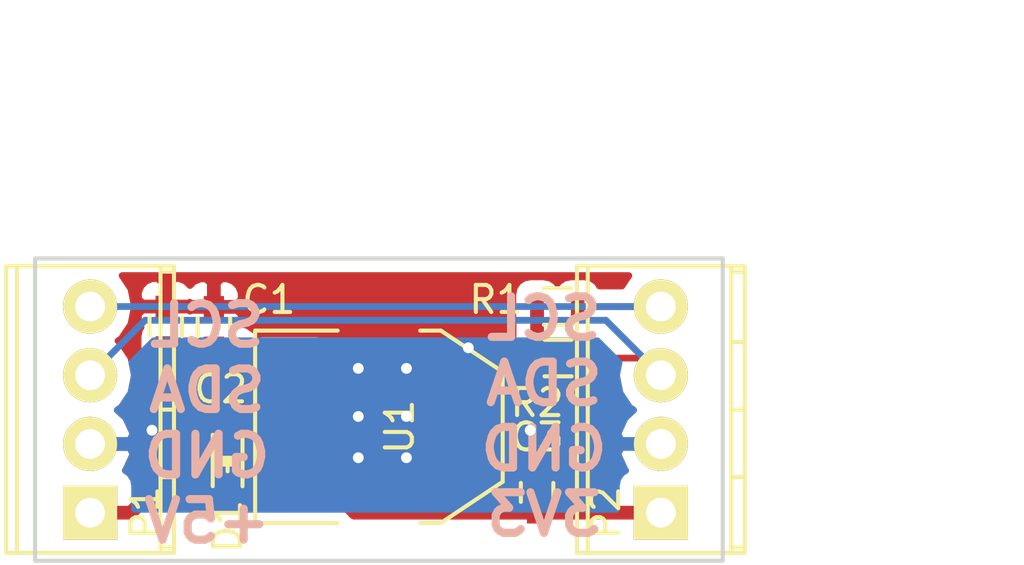
<source format=kicad_pcb>
(kicad_pcb (version 4) (host pcbnew 4.0.1-stable)

  (general
    (links 19)
    (no_connects 6)
    (area 145.212999 99.492999 172.795001 111.327001)
    (thickness 1.6)
    (drawings 8)
    (tracks 45)
    (zones 0)
    (modules 9)
    (nets 6)
  )

  (page A4)
  (layers
    (0 F.Cu signal)
    (31 B.Cu signal)
    (32 B.Adhes user)
    (33 F.Adhes user)
    (34 B.Paste user)
    (35 F.Paste user)
    (36 B.SilkS user)
    (37 F.SilkS user)
    (38 B.Mask user)
    (39 F.Mask user)
    (40 Dwgs.User user)
    (41 Cmts.User user)
    (42 Eco1.User user)
    (43 Eco2.User user)
    (44 Edge.Cuts user)
    (45 Margin user)
    (46 B.CrtYd user)
    (47 F.CrtYd user)
    (48 B.Fab user)
    (49 F.Fab user hide)
  )

  (setup
    (last_trace_width 0.25)
    (trace_clearance 0.2)
    (zone_clearance 0.508)
    (zone_45_only no)
    (trace_min 0.2)
    (segment_width 0.2)
    (edge_width 0.15)
    (via_size 0.6)
    (via_drill 0.4)
    (via_min_size 0.4)
    (via_min_drill 0.3)
    (uvia_size 0.3)
    (uvia_drill 0.1)
    (uvias_allowed no)
    (uvia_min_size 0.2)
    (uvia_min_drill 0.1)
    (pcb_text_width 0.3)
    (pcb_text_size 1.5 1.5)
    (mod_edge_width 0.15)
    (mod_text_size 1 1)
    (mod_text_width 0.15)
    (pad_size 3.6576 2.032)
    (pad_drill 0)
    (pad_to_mask_clearance 0.2)
    (aux_axis_origin 0 0)
    (visible_elements FFFFFF7F)
    (pcbplotparams
      (layerselection 0x00030_80000001)
      (usegerberextensions false)
      (excludeedgelayer true)
      (linewidth 0.100000)
      (plotframeref false)
      (viasonmask false)
      (mode 1)
      (useauxorigin false)
      (hpglpennumber 1)
      (hpglpenspeed 20)
      (hpglpendiameter 15)
      (hpglpenoverlay 2)
      (psnegative false)
      (psa4output false)
      (plotreference true)
      (plotvalue true)
      (plotinvisibletext false)
      (padsonsilk false)
      (subtractmaskfromsilk false)
      (outputformat 1)
      (mirror false)
      (drillshape 1)
      (scaleselection 1)
      (outputdirectory ""))
  )

  (net 0 "")
  (net 1 "Net-(C1-Pad1)")
  (net 2 GND)
  (net 3 "Net-(C3-Pad1)")
  (net 4 SCL)
  (net 5 SDA)

  (net_class Default "This is the default net class."
    (clearance 0.2)
    (trace_width 0.25)
    (via_dia 0.6)
    (via_drill 0.4)
    (uvia_dia 0.3)
    (uvia_drill 0.1)
    (add_net SCL)
    (add_net SDA)
  )

  (net_class Power ""
    (clearance 0.3048)
    (trace_width 0.508)
    (via_dia 0.6)
    (via_drill 0.4)
    (uvia_dia 0.3)
    (uvia_drill 0.1)
    (add_net GND)
    (add_net "Net-(C1-Pad1)")
    (add_net "Net-(C3-Pad1)")
  )

  (module Capacitors_SMD:C_0603 (layer F.Cu) (tedit 5415D631) (tstamp 5738F9BD)
    (at 153.162 102.362 90)
    (descr "Capacitor SMD 0603, reflow soldering, AVX (see smccp.pdf)")
    (tags "capacitor 0603")
    (path /5738F237)
    (attr smd)
    (fp_text reference C1 (at 1.016 2.032 180) (layer F.SilkS)
      (effects (font (size 1 1) (thickness 0.15)))
    )
    (fp_text value 1uF (at 0 1.9 90) (layer F.Fab)
      (effects (font (size 1 1) (thickness 0.15)))
    )
    (fp_line (start -1.45 -0.75) (end 1.45 -0.75) (layer F.CrtYd) (width 0.05))
    (fp_line (start -1.45 0.75) (end 1.45 0.75) (layer F.CrtYd) (width 0.05))
    (fp_line (start -1.45 -0.75) (end -1.45 0.75) (layer F.CrtYd) (width 0.05))
    (fp_line (start 1.45 -0.75) (end 1.45 0.75) (layer F.CrtYd) (width 0.05))
    (fp_line (start -0.35 -0.6) (end 0.35 -0.6) (layer F.SilkS) (width 0.15))
    (fp_line (start 0.35 0.6) (end -0.35 0.6) (layer F.SilkS) (width 0.15))
    (pad 1 smd rect (at -0.75 0 90) (size 0.8 0.75) (layers F.Cu F.Paste F.Mask)
      (net 1 "Net-(C1-Pad1)"))
    (pad 2 smd rect (at 0.75 0 90) (size 0.8 0.75) (layers F.Cu F.Paste F.Mask)
      (net 2 GND))
    (model Capacitors_SMD.3dshapes/C_0603.wrl
      (at (xyz 0 0 0))
      (scale (xyz 1 1 1))
      (rotate (xyz 0 0 0))
    )
  )

  (module Capacitors_SMD:C_0603 (layer F.Cu) (tedit 5415D631) (tstamp 5738F9C9)
    (at 151.384 102.35 90)
    (descr "Capacitor SMD 0603, reflow soldering, AVX (see smccp.pdf)")
    (tags "capacitor 0603")
    (path /5738FB1A)
    (attr smd)
    (fp_text reference C2 (at -2.298 2.032 180) (layer F.SilkS)
      (effects (font (size 1 1) (thickness 0.15)))
    )
    (fp_text value 10uF (at 0 1.9 90) (layer F.Fab)
      (effects (font (size 1 1) (thickness 0.15)))
    )
    (fp_line (start -1.45 -0.75) (end 1.45 -0.75) (layer F.CrtYd) (width 0.05))
    (fp_line (start -1.45 0.75) (end 1.45 0.75) (layer F.CrtYd) (width 0.05))
    (fp_line (start -1.45 -0.75) (end -1.45 0.75) (layer F.CrtYd) (width 0.05))
    (fp_line (start 1.45 -0.75) (end 1.45 0.75) (layer F.CrtYd) (width 0.05))
    (fp_line (start -0.35 -0.6) (end 0.35 -0.6) (layer F.SilkS) (width 0.15))
    (fp_line (start 0.35 0.6) (end -0.35 0.6) (layer F.SilkS) (width 0.15))
    (pad 1 smd rect (at -0.75 0 90) (size 0.8 0.75) (layers F.Cu F.Paste F.Mask)
      (net 1 "Net-(C1-Pad1)"))
    (pad 2 smd rect (at 0.75 0 90) (size 0.8 0.75) (layers F.Cu F.Paste F.Mask)
      (net 2 GND))
    (model Capacitors_SMD.3dshapes/C_0603.wrl
      (at (xyz 0 0 0))
      (scale (xyz 1 1 1))
      (rotate (xyz 0 0 0))
    )
  )

  (module Capacitors_SMD:C_0603 (layer F.Cu) (tedit 5415D631) (tstamp 5738F9D5)
    (at 165.1 108.47 90)
    (descr "Capacitor SMD 0603, reflow soldering, AVX (see smccp.pdf)")
    (tags "capacitor 0603")
    (path /5738FABB)
    (attr smd)
    (fp_text reference C3 (at 2.044 0 180) (layer F.SilkS)
      (effects (font (size 1 1) (thickness 0.15)))
    )
    (fp_text value 1uF (at 0 1.9 90) (layer F.Fab)
      (effects (font (size 1 1) (thickness 0.15)))
    )
    (fp_line (start -1.45 -0.75) (end 1.45 -0.75) (layer F.CrtYd) (width 0.05))
    (fp_line (start -1.45 0.75) (end 1.45 0.75) (layer F.CrtYd) (width 0.05))
    (fp_line (start -1.45 -0.75) (end -1.45 0.75) (layer F.CrtYd) (width 0.05))
    (fp_line (start 1.45 -0.75) (end 1.45 0.75) (layer F.CrtYd) (width 0.05))
    (fp_line (start -0.35 -0.6) (end 0.35 -0.6) (layer F.SilkS) (width 0.15))
    (fp_line (start 0.35 0.6) (end -0.35 0.6) (layer F.SilkS) (width 0.15))
    (pad 1 smd rect (at -0.75 0 90) (size 0.8 0.75) (layers F.Cu F.Paste F.Mask)
      (net 3 "Net-(C3-Pad1)"))
    (pad 2 smd rect (at 0.75 0 90) (size 0.8 0.75) (layers F.Cu F.Paste F.Mask)
      (net 2 GND))
    (model Capacitors_SMD.3dshapes/C_0603.wrl
      (at (xyz 0 0 0))
      (scale (xyz 1 1 1))
      (rotate (xyz 0 0 0))
    )
  )

  (module LEDs:LED_0603 (layer F.Cu) (tedit 55BDE255) (tstamp 5738F9E6)
    (at 153.67 107.442 270)
    (descr "LED 0603 smd package")
    (tags "LED led 0603 SMD smd SMT smt smdled SMDLED smtled SMTLED")
    (path /5738F2D3)
    (attr smd)
    (fp_text reference D1 (at 2.286 0 270) (layer F.SilkS)
      (effects (font (size 1 1) (thickness 0.15)))
    )
    (fp_text value D (at 0 1.5 270) (layer F.Fab)
      (effects (font (size 1 1) (thickness 0.15)))
    )
    (fp_line (start -1.1 0.55) (end 0.8 0.55) (layer F.SilkS) (width 0.15))
    (fp_line (start -1.1 -0.55) (end 0.8 -0.55) (layer F.SilkS) (width 0.15))
    (fp_line (start -0.2 0) (end 0.25 0) (layer F.SilkS) (width 0.15))
    (fp_line (start -0.25 -0.25) (end -0.25 0.25) (layer F.SilkS) (width 0.15))
    (fp_line (start -0.25 0) (end 0 -0.25) (layer F.SilkS) (width 0.15))
    (fp_line (start 0 -0.25) (end 0 0.25) (layer F.SilkS) (width 0.15))
    (fp_line (start 0 0.25) (end -0.25 0) (layer F.SilkS) (width 0.15))
    (fp_line (start 1.4 -0.75) (end 1.4 0.75) (layer F.CrtYd) (width 0.05))
    (fp_line (start 1.4 0.75) (end -1.4 0.75) (layer F.CrtYd) (width 0.05))
    (fp_line (start -1.4 0.75) (end -1.4 -0.75) (layer F.CrtYd) (width 0.05))
    (fp_line (start -1.4 -0.75) (end 1.4 -0.75) (layer F.CrtYd) (width 0.05))
    (pad 2 smd rect (at 0.7493 0 90) (size 0.79756 0.79756) (layers F.Cu F.Paste F.Mask)
      (net 3 "Net-(C3-Pad1)"))
    (pad 1 smd rect (at -0.7493 0 90) (size 0.79756 0.79756) (layers F.Cu F.Paste F.Mask)
      (net 1 "Net-(C1-Pad1)"))
    (model LEDs.3dshapes/LED_0603.wrl
      (at (xyz 0 0 0))
      (scale (xyz 1 1 1))
      (rotate (xyz 0 0 180))
    )
  )

  (module Terminal_Blocks:TerminalBlock_Pheonix_MPT-2.54mm_4pol (layer F.Cu) (tedit 0) (tstamp 5738F9FD)
    (at 148.59 109.22 90)
    (descr "4-way 2.54mm pitch terminal block, Phoenix MPT series")
    (path /5738F8BF)
    (fp_text reference P1 (at 0 2.032 90) (layer F.SilkS)
      (effects (font (size 1 1) (thickness 0.15)))
    )
    (fp_text value CONN_01X04 (at 3.81 4.50088 90) (layer F.Fab)
      (effects (font (size 1 1) (thickness 0.15)))
    )
    (fp_line (start -1.778 -3.302) (end 9.398 -3.302) (layer F.CrtYd) (width 0.05))
    (fp_line (start -1.778 3.302) (end -1.778 -3.302) (layer F.CrtYd) (width 0.05))
    (fp_line (start 9.398 3.302) (end -1.778 3.302) (layer F.CrtYd) (width 0.05))
    (fp_line (start 9.398 -3.302) (end 9.398 3.302) (layer F.CrtYd) (width 0.05))
    (fp_line (start 9.11098 -3.0988) (end -1.49098 -3.0988) (layer F.SilkS) (width 0.15))
    (fp_line (start -1.49098 -2.70002) (end 9.11098 -2.70002) (layer F.SilkS) (width 0.15))
    (fp_line (start -1.49098 2.60096) (end 9.11098 2.60096) (layer F.SilkS) (width 0.15))
    (fp_line (start 9.11098 3.0988) (end -1.49098 3.0988) (layer F.SilkS) (width 0.15))
    (fp_line (start 6.30682 2.60096) (end 6.30682 3.0988) (layer F.SilkS) (width 0.15))
    (fp_line (start 3.81 2.60096) (end 3.81 3.0988) (layer F.SilkS) (width 0.15))
    (fp_line (start -1.28778 3.0988) (end -1.28778 2.60096) (layer F.SilkS) (width 0.15))
    (fp_line (start 8.91032 2.60096) (end 8.91032 3.0988) (layer F.SilkS) (width 0.15))
    (fp_line (start 1.31318 3.0988) (end 1.31318 2.60096) (layer F.SilkS) (width 0.15))
    (fp_line (start 9.10844 3.0988) (end 9.10844 -3.0988) (layer F.SilkS) (width 0.15))
    (fp_line (start -1.4859 -3.0988) (end -1.4859 3.0988) (layer F.SilkS) (width 0.15))
    (pad 4 thru_hole oval (at 7.62 0 270) (size 1.99898 1.99898) (drill 1.09728) (layers *.Cu *.Mask F.SilkS)
      (net 4 SCL))
    (pad 1 thru_hole rect (at 0 0 270) (size 1.99898 1.99898) (drill 1.09728) (layers *.Cu *.Mask F.SilkS)
      (net 1 "Net-(C1-Pad1)"))
    (pad 2 thru_hole oval (at 2.54 0 270) (size 1.99898 1.99898) (drill 1.09728) (layers *.Cu *.Mask F.SilkS)
      (net 2 GND))
    (pad 3 thru_hole oval (at 5.08 0 270) (size 1.99898 1.99898) (drill 1.09728) (layers *.Cu *.Mask F.SilkS)
      (net 5 SDA))
    (model Terminal_Blocks.3dshapes/TerminalBlock_Pheonix_MPT-2.54mm_4pol.wrl
      (at (xyz 0.15 0 0))
      (scale (xyz 1 1 1))
      (rotate (xyz 0 0 0))
    )
  )

  (module Terminal_Blocks:TerminalBlock_Pheonix_MPT-2.54mm_4pol (layer F.Cu) (tedit 0) (tstamp 5738FA14)
    (at 169.672 109.22 90)
    (descr "4-way 2.54mm pitch terminal block, Phoenix MPT series")
    (path /5738F129)
    (fp_text reference P2 (at 0 -2.032 90) (layer F.SilkS)
      (effects (font (size 1 1) (thickness 0.15)))
    )
    (fp_text value CONN_01X04 (at 3.81 4.50088 90) (layer F.Fab)
      (effects (font (size 1 1) (thickness 0.15)))
    )
    (fp_line (start -1.778 -3.302) (end 9.398 -3.302) (layer F.CrtYd) (width 0.05))
    (fp_line (start -1.778 3.302) (end -1.778 -3.302) (layer F.CrtYd) (width 0.05))
    (fp_line (start 9.398 3.302) (end -1.778 3.302) (layer F.CrtYd) (width 0.05))
    (fp_line (start 9.398 -3.302) (end 9.398 3.302) (layer F.CrtYd) (width 0.05))
    (fp_line (start 9.11098 -3.0988) (end -1.49098 -3.0988) (layer F.SilkS) (width 0.15))
    (fp_line (start -1.49098 -2.70002) (end 9.11098 -2.70002) (layer F.SilkS) (width 0.15))
    (fp_line (start -1.49098 2.60096) (end 9.11098 2.60096) (layer F.SilkS) (width 0.15))
    (fp_line (start 9.11098 3.0988) (end -1.49098 3.0988) (layer F.SilkS) (width 0.15))
    (fp_line (start 6.30682 2.60096) (end 6.30682 3.0988) (layer F.SilkS) (width 0.15))
    (fp_line (start 3.81 2.60096) (end 3.81 3.0988) (layer F.SilkS) (width 0.15))
    (fp_line (start -1.28778 3.0988) (end -1.28778 2.60096) (layer F.SilkS) (width 0.15))
    (fp_line (start 8.91032 2.60096) (end 8.91032 3.0988) (layer F.SilkS) (width 0.15))
    (fp_line (start 1.31318 3.0988) (end 1.31318 2.60096) (layer F.SilkS) (width 0.15))
    (fp_line (start 9.10844 3.0988) (end 9.10844 -3.0988) (layer F.SilkS) (width 0.15))
    (fp_line (start -1.4859 -3.0988) (end -1.4859 3.0988) (layer F.SilkS) (width 0.15))
    (pad 4 thru_hole oval (at 7.62 0 270) (size 1.99898 1.99898) (drill 1.09728) (layers *.Cu *.Mask F.SilkS)
      (net 4 SCL))
    (pad 1 thru_hole rect (at 0 0 270) (size 1.99898 1.99898) (drill 1.09728) (layers *.Cu *.Mask F.SilkS)
      (net 3 "Net-(C3-Pad1)"))
    (pad 2 thru_hole oval (at 2.54 0 270) (size 1.99898 1.99898) (drill 1.09728) (layers *.Cu *.Mask F.SilkS)
      (net 2 GND))
    (pad 3 thru_hole oval (at 5.08 0 270) (size 1.99898 1.99898) (drill 1.09728) (layers *.Cu *.Mask F.SilkS)
      (net 5 SDA))
    (model Terminal_Blocks.3dshapes/TerminalBlock_Pheonix_MPT-2.54mm_4pol.wrl
      (at (xyz 0.15 0 0))
      (scale (xyz 1 1 1))
      (rotate (xyz 0 0 0))
    )
  )

  (module Resistors_SMD:R_0603 (layer F.Cu) (tedit 5415CC62) (tstamp 5738FA20)
    (at 165.85 101.6)
    (descr "Resistor SMD 0603, reflow soldering, Vishay (see dcrcw.pdf)")
    (tags "resistor 0603")
    (path /5738F280)
    (attr smd)
    (fp_text reference R1 (at -2.274 -0.254 180) (layer F.SilkS)
      (effects (font (size 1 1) (thickness 0.15)))
    )
    (fp_text value 3.3K (at 0 1.9) (layer F.Fab)
      (effects (font (size 1 1) (thickness 0.15)))
    )
    (fp_line (start -1.3 -0.8) (end 1.3 -0.8) (layer F.CrtYd) (width 0.05))
    (fp_line (start -1.3 0.8) (end 1.3 0.8) (layer F.CrtYd) (width 0.05))
    (fp_line (start -1.3 -0.8) (end -1.3 0.8) (layer F.CrtYd) (width 0.05))
    (fp_line (start 1.3 -0.8) (end 1.3 0.8) (layer F.CrtYd) (width 0.05))
    (fp_line (start 0.5 0.675) (end -0.5 0.675) (layer F.SilkS) (width 0.15))
    (fp_line (start -0.5 -0.675) (end 0.5 -0.675) (layer F.SilkS) (width 0.15))
    (pad 1 smd rect (at -0.75 0) (size 0.5 0.9) (layers F.Cu F.Paste F.Mask)
      (net 3 "Net-(C3-Pad1)"))
    (pad 2 smd rect (at 0.75 0) (size 0.5 0.9) (layers F.Cu F.Paste F.Mask)
      (net 4 SCL))
    (model Resistors_SMD.3dshapes/R_0603.wrl
      (at (xyz 0 0 0))
      (scale (xyz 1 1 1))
      (rotate (xyz 0 0 0))
    )
  )

  (module Resistors_SMD:R_0603 (layer F.Cu) (tedit 5415CC62) (tstamp 5738FA2C)
    (at 165.874 103.505)
    (descr "Resistor SMD 0603, reflow soldering, Vishay (see dcrcw.pdf)")
    (tags "resistor 0603")
    (path /5738FC86)
    (attr smd)
    (fp_text reference R2 (at -0.774 1.651 180) (layer F.SilkS)
      (effects (font (size 1 1) (thickness 0.15)))
    )
    (fp_text value 3.3k (at 0 1.9) (layer F.Fab)
      (effects (font (size 1 1) (thickness 0.15)))
    )
    (fp_line (start -1.3 -0.8) (end 1.3 -0.8) (layer F.CrtYd) (width 0.05))
    (fp_line (start -1.3 0.8) (end 1.3 0.8) (layer F.CrtYd) (width 0.05))
    (fp_line (start -1.3 -0.8) (end -1.3 0.8) (layer F.CrtYd) (width 0.05))
    (fp_line (start 1.3 -0.8) (end 1.3 0.8) (layer F.CrtYd) (width 0.05))
    (fp_line (start 0.5 0.675) (end -0.5 0.675) (layer F.SilkS) (width 0.15))
    (fp_line (start -0.5 -0.675) (end 0.5 -0.675) (layer F.SilkS) (width 0.15))
    (pad 1 smd rect (at -0.75 0) (size 0.5 0.9) (layers F.Cu F.Paste F.Mask)
      (net 3 "Net-(C3-Pad1)"))
    (pad 2 smd rect (at 0.75 0) (size 0.5 0.9) (layers F.Cu F.Paste F.Mask)
      (net 5 SDA))
    (model Resistors_SMD.3dshapes/R_0603.wrl
      (at (xyz 0 0 0))
      (scale (xyz 1 1 1))
      (rotate (xyz 0 0 0))
    )
  )

  (module TO_SOT_Packages_SMD:SOT-223 (layer F.Cu) (tedit 5738F51A) (tstamp 5738FA3C)
    (at 159.258 106.045 270)
    (descr "module CMS SOT223 4 pins")
    (tags "CMS SOT")
    (path /5738F079)
    (attr smd)
    (fp_text reference U1 (at 0 -0.762 270) (layer F.SilkS)
      (effects (font (size 1 1) (thickness 0.15)))
    )
    (fp_text value 7805 (at 0 0.762 270) (layer F.Fab)
      (effects (font (size 1 1) (thickness 0.15)))
    )
    (fp_line (start -3.556 1.524) (end -3.556 4.572) (layer F.SilkS) (width 0.15))
    (fp_line (start -3.556 4.572) (end 3.556 4.572) (layer F.SilkS) (width 0.15))
    (fp_line (start 3.556 4.572) (end 3.556 1.524) (layer F.SilkS) (width 0.15))
    (fp_line (start -3.556 -1.524) (end -3.556 -2.286) (layer F.SilkS) (width 0.15))
    (fp_line (start -3.556 -2.286) (end -2.032 -4.572) (layer F.SilkS) (width 0.15))
    (fp_line (start -2.032 -4.572) (end 2.032 -4.572) (layer F.SilkS) (width 0.15))
    (fp_line (start 2.032 -4.572) (end 3.556 -2.286) (layer F.SilkS) (width 0.15))
    (fp_line (start 3.556 -2.286) (end 3.556 -1.524) (layer F.SilkS) (width 0.15))
    (pad GND smd rect (at 0 -3.302 270) (size 3.6576 2.032) (layers F.Cu F.Paste F.Mask)
      (net 2 GND))
    (pad GND smd rect (at 0 3.302 270) (size 1.016 2.032) (layers F.Cu F.Paste F.Mask)
      (net 2 GND))
    (pad VO smd rect (at 2.286 3.302 270) (size 1.016 2.032) (layers F.Cu F.Paste F.Mask)
      (net 3 "Net-(C3-Pad1)"))
    (pad VI smd rect (at -2.286 3.302 270) (size 1.016 2.032) (layers F.Cu F.Paste F.Mask)
      (net 1 "Net-(C1-Pad1)"))
    (model TO_SOT_Packages_SMD.3dshapes/SOT-223.wrl
      (at (xyz 0 0 0))
      (scale (xyz 0.4 0.4 0.4))
      (rotate (xyz 0 0 0))
    )
  )

  (dimension 25.4 (width 0.3) (layer Dwgs.User)
    (gr_text "1.0000 in" (at 159.258 92.122) (layer Dwgs.User)
      (effects (font (size 1.5 1.5) (thickness 0.3)))
    )
    (feature1 (pts (xy 171.958 99.822) (xy 171.958 90.772)))
    (feature2 (pts (xy 146.558 99.822) (xy 146.558 90.772)))
    (crossbar (pts (xy 146.558 93.472) (xy 171.958 93.472)))
    (arrow1a (pts (xy 171.958 93.472) (xy 170.831496 94.058421)))
    (arrow1b (pts (xy 171.958 93.472) (xy 170.831496 92.885579)))
    (arrow2a (pts (xy 146.558 93.472) (xy 147.684504 94.058421)))
    (arrow2b (pts (xy 146.558 93.472) (xy 147.684504 92.885579)))
  )
  (dimension 11.176 (width 0.3) (layer Dwgs.User)
    (gr_text "0.4400 in" (at 180.42 105.41 270) (layer Dwgs.User)
      (effects (font (size 1.5 1.5) (thickness 0.3)))
    )
    (feature1 (pts (xy 171.45 110.998) (xy 181.77 110.998)))
    (feature2 (pts (xy 171.45 99.822) (xy 181.77 99.822)))
    (crossbar (pts (xy 179.07 99.822) (xy 179.07 110.998)))
    (arrow1a (pts (xy 179.07 110.998) (xy 178.483579 109.871496)))
    (arrow1b (pts (xy 179.07 110.998) (xy 179.656421 109.871496)))
    (arrow2a (pts (xy 179.07 99.822) (xy 178.483579 100.948504)))
    (arrow2b (pts (xy 179.07 99.822) (xy 179.656421 100.948504)))
  )
  (gr_text "SCL\nSDA\nGND\n+5V" (at 152.908 105.918) (layer B.SilkS) (tstamp 5739004C)
    (effects (font (size 1.5 1.5) (thickness 0.3)) (justify mirror))
  )
  (gr_text "SCL\nSDA\nGND\n3V3" (at 165.354 105.664) (layer B.SilkS)
    (effects (font (size 1.5 1.5) (thickness 0.3)) (justify mirror))
  )
  (gr_line (start 146.558 110.998) (end 146.558 99.822) (layer Edge.Cuts) (width 0.15))
  (gr_line (start 171.958 110.998) (end 146.558 110.998) (layer Edge.Cuts) (width 0.15))
  (gr_line (start 171.958 99.822) (end 171.958 110.998) (layer Edge.Cuts) (width 0.15))
  (gr_line (start 146.558 99.822) (end 171.958 99.822) (layer Edge.Cuts) (width 0.15))

  (via (at 162.56 103.124) (size 0.6) (drill 0.4) (layers F.Cu B.Cu) (net 0) (tstamp 57390045))
  (via (at 150.876 106.172) (size 0.6) (drill 0.4) (layers F.Cu B.Cu) (net 0) (tstamp 57390043))
  (via (at 164.846 106.172) (size 0.6) (drill 0.4) (layers F.Cu B.Cu) (net 0) (tstamp 57390041))
  (via (at 158.496 107.188) (size 0.6) (drill 0.4) (layers F.Cu B.Cu) (net 0) (tstamp 5739003F))
  (via (at 160.274 107.188) (size 0.6) (drill 0.4) (layers F.Cu B.Cu) (net 0) (tstamp 5739003E))
  (via (at 158.496 105.664) (size 0.6) (drill 0.4) (layers F.Cu B.Cu) (net 0) (tstamp 5739003D))
  (via (at 160.274 105.664) (size 0.6) (drill 0.4) (layers F.Cu B.Cu) (net 0) (tstamp 5739003C))
  (via (at 160.274 103.886) (size 0.6) (drill 0.4) (layers F.Cu B.Cu) (net 0) (tstamp 5739003A))
  (via (at 158.496 103.886) (size 0.6) (drill 0.4) (layers F.Cu B.Cu) (net 0))
  (segment (start 153.67 106.6927) (end 153.67 106.172) (width 0.508) (layer F.Cu) (net 1))
  (segment (start 153.67 106.172) (end 151.384 103.886) (width 0.508) (layer F.Cu) (net 1))
  (segment (start 151.384 103.886) (end 151.384 103.1) (width 0.508) (layer F.Cu) (net 1))
  (segment (start 153.67 106.6927) (end 152.62479 106.6927) (width 0.508) (layer F.Cu) (net 1))
  (segment (start 152.62479 106.6927) (end 150.09749 109.22) (width 0.508) (layer F.Cu) (net 1))
  (segment (start 150.09749 109.22) (end 148.59 109.22) (width 0.508) (layer F.Cu) (net 1))
  (segment (start 154.565 103.632) (end 155.829 103.632) (width 0.508) (layer F.Cu) (net 1))
  (segment (start 155.829 103.632) (end 155.956 103.759) (width 0.508) (layer F.Cu) (net 1))
  (segment (start 153.162 103.112) (end 154.045 103.112) (width 0.508) (layer F.Cu) (net 1))
  (segment (start 154.045 103.112) (end 154.565 103.632) (width 0.508) (layer F.Cu) (net 1))
  (segment (start 151.384 103.1) (end 153.15 103.1) (width 0.508) (layer F.Cu) (net 1))
  (segment (start 153.15 103.1) (end 153.162 103.112) (width 0.508) (layer F.Cu) (net 1))
  (segment (start 165.1 109.22) (end 167.386 109.22) (width 0.508) (layer F.Cu) (net 3))
  (segment (start 167.386 109.22) (end 169.672 109.22) (width 0.508) (layer F.Cu) (net 3))
  (segment (start 166.37 105.664) (end 167.386 106.68) (width 0.508) (layer F.Cu) (net 3))
  (segment (start 167.386 106.68) (end 167.386 109.22) (width 0.508) (layer F.Cu) (net 3))
  (segment (start 166.325 105.664) (end 166.37 105.664) (width 0.508) (layer F.Cu) (net 3))
  (segment (start 165.124 103.505) (end 165.124 104.463) (width 0.508) (layer F.Cu) (net 3))
  (segment (start 165.124 104.463) (end 166.325 105.664) (width 0.508) (layer F.Cu) (net 3))
  (segment (start 165.1 101.6) (end 165.1 103.481) (width 0.508) (layer F.Cu) (net 3))
  (segment (start 165.1 103.481) (end 165.124 103.505) (width 0.508) (layer F.Cu) (net 3))
  (segment (start 155.956 108.331) (end 155.829 108.204) (width 0.508) (layer F.Cu) (net 3))
  (segment (start 155.829 108.204) (end 153.6827 108.204) (width 0.508) (layer F.Cu) (net 3))
  (segment (start 153.6827 108.204) (end 153.67 108.1913) (width 0.508) (layer F.Cu) (net 3))
  (segment (start 155.956 108.331) (end 157.48 108.331) (width 0.508) (layer F.Cu) (net 3))
  (segment (start 157.48 108.331) (end 158.369 109.22) (width 0.508) (layer F.Cu) (net 3))
  (segment (start 158.369 109.22) (end 164.217 109.22) (width 0.508) (layer F.Cu) (net 3))
  (segment (start 164.217 109.22) (end 165.1 109.22) (width 0.508) (layer F.Cu) (net 3))
  (segment (start 166.6 101.6) (end 169.672 101.6) (width 0.25) (layer F.Cu) (net 4))
  (segment (start 169.672 101.6) (end 168.258508 101.6) (width 0.25) (layer B.Cu) (net 4))
  (segment (start 168.258508 101.6) (end 148.59 101.6) (width 0.25) (layer B.Cu) (net 4))
  (segment (start 166.624 103.505) (end 169.037 103.505) (width 0.25) (layer F.Cu) (net 5))
  (segment (start 169.037 103.505) (end 169.672 104.14) (width 0.25) (layer F.Cu) (net 5))
  (segment (start 169.672 104.14) (end 167.64 102.108) (width 0.25) (layer B.Cu) (net 5))
  (segment (start 167.64 102.108) (end 150.622 102.108) (width 0.25) (layer B.Cu) (net 5))
  (segment (start 150.622 102.108) (end 148.59 104.14) (width 0.25) (layer B.Cu) (net 5))

  (zone (net 2) (net_name GND) (layer F.Cu) (tstamp 5739000F) (hatch edge 0.508)
    (connect_pads (clearance 0.508))
    (min_thickness 0.254)
    (fill yes (arc_segments 16) (thermal_gap 0.508) (thermal_bridge_width 0.508))
    (polygon
      (pts
        (xy 170.688 109.22) (xy 147.828 109.22) (xy 147.828 100.33) (xy 170.688 100.33) (xy 170.688 109.22)
      )
    )
    (filled_polygon
      (pts
        (xy 168.230407 100.84) (xy 167.405105 100.84) (xy 167.31409 100.698559) (xy 167.10189 100.553569) (xy 166.85 100.50256)
        (xy 166.35 100.50256) (xy 166.114683 100.546838) (xy 165.898559 100.68591) (xy 165.850866 100.755711) (xy 165.81409 100.698559)
        (xy 165.60189 100.553569) (xy 165.35 100.50256) (xy 164.85 100.50256) (xy 164.614683 100.546838) (xy 164.398559 100.68591)
        (xy 164.253569 100.89811) (xy 164.20256 101.15) (xy 164.20256 102.05) (xy 164.211 102.094855) (xy 164.211 103.481)
        (xy 164.22656 103.559226) (xy 164.22656 103.955) (xy 164.235 103.999855) (xy 164.235 104.463) (xy 164.302671 104.803206)
        (xy 164.433278 104.998673) (xy 164.495382 105.091618) (xy 165.696382 106.292618) (xy 165.831998 106.383234) (xy 166.497 107.048236)
        (xy 166.497 108.331) (xy 166.07492 108.331) (xy 166.11 108.246309) (xy 166.11 108.00575) (xy 165.95125 107.847)
        (xy 165.227 107.847) (xy 165.227 107.867) (xy 164.973 107.867) (xy 164.973 107.847) (xy 164.953 107.847)
        (xy 164.953 107.593) (xy 164.973 107.593) (xy 164.973 106.84375) (xy 165.227 106.84375) (xy 165.227 107.593)
        (xy 165.95125 107.593) (xy 166.11 107.43425) (xy 166.11 107.193691) (xy 166.013327 106.960302) (xy 165.834699 106.781673)
        (xy 165.60131 106.685) (xy 165.38575 106.685) (xy 165.227 106.84375) (xy 164.973 106.84375) (xy 164.81425 106.685)
        (xy 164.59869 106.685) (xy 164.365301 106.781673) (xy 164.211 106.935975) (xy 164.211 106.33075) (xy 164.05225 106.172)
        (xy 162.687 106.172) (xy 162.687 106.192) (xy 162.433 106.192) (xy 162.433 106.172) (xy 161.06775 106.172)
        (xy 160.909 106.33075) (xy 160.909 108.000109) (xy 161.005673 108.233498) (xy 161.103174 108.331) (xy 158.737236 108.331)
        (xy 158.108618 107.702382) (xy 158.086961 107.687911) (xy 157.820206 107.509671) (xy 157.481626 107.442323) (xy 157.43609 107.371559)
        (xy 157.22389 107.226569) (xy 157.033431 107.188) (xy 157.09831 107.188) (xy 157.331699 107.091327) (xy 157.510327 106.912698)
        (xy 157.607 106.679309) (xy 157.607 106.33075) (xy 157.44825 106.172) (xy 156.083 106.172) (xy 156.083 106.192)
        (xy 155.829 106.192) (xy 155.829 106.172) (xy 155.809 106.172) (xy 155.809 105.918) (xy 155.829 105.918)
        (xy 155.829 105.898) (xy 156.083 105.898) (xy 156.083 105.918) (xy 157.44825 105.918) (xy 157.607 105.75925)
        (xy 157.607 105.410691) (xy 157.510327 105.177302) (xy 157.331699 104.998673) (xy 157.09831 104.902) (xy 157.038113 104.902)
        (xy 157.207317 104.870162) (xy 157.423441 104.73109) (xy 157.568431 104.51889) (xy 157.61944 104.267) (xy 157.61944 104.089891)
        (xy 160.909 104.089891) (xy 160.909 105.75925) (xy 161.06775 105.918) (xy 162.433 105.918) (xy 162.433 103.73995)
        (xy 162.687 103.73995) (xy 162.687 105.918) (xy 164.05225 105.918) (xy 164.211 105.75925) (xy 164.211 104.089891)
        (xy 164.114327 103.856502) (xy 163.935699 103.677873) (xy 163.70231 103.5812) (xy 162.84575 103.5812) (xy 162.687 103.73995)
        (xy 162.433 103.73995) (xy 162.27425 103.5812) (xy 161.41769 103.5812) (xy 161.184301 103.677873) (xy 161.005673 103.856502)
        (xy 160.909 104.089891) (xy 157.61944 104.089891) (xy 157.61944 103.251) (xy 157.575162 103.015683) (xy 157.43609 102.799559)
        (xy 157.22389 102.654569) (xy 156.972 102.60356) (xy 154.94 102.60356) (xy 154.81695 102.626714) (xy 154.673618 102.483382)
        (xy 154.62083 102.44811) (xy 154.385206 102.290671) (xy 154.129923 102.239892) (xy 154.172 102.138309) (xy 154.172 101.89775)
        (xy 154.01325 101.739) (xy 153.289 101.739) (xy 153.289 101.759) (xy 153.035 101.759) (xy 153.035 101.739)
        (xy 152.31075 101.739) (xy 152.279 101.77075) (xy 152.23525 101.727) (xy 151.511 101.727) (xy 151.511 101.747)
        (xy 151.257 101.747) (xy 151.257 101.727) (xy 150.53275 101.727) (xy 150.374 101.88575) (xy 150.374 102.126309)
        (xy 150.470673 102.359698) (xy 150.472043 102.361068) (xy 150.412569 102.44811) (xy 150.36156 102.7) (xy 150.36156 103.5)
        (xy 150.405838 103.735317) (xy 150.495 103.873879) (xy 150.495 103.886) (xy 150.562671 104.226206) (xy 150.691552 104.41909)
        (xy 150.755382 104.514618) (xy 152.181208 105.940444) (xy 152.085784 106.004205) (xy 151.996172 106.064082) (xy 150.146611 107.913643)
        (xy 150.05358 107.769069) (xy 149.892351 107.658906) (xy 149.913068 107.639726) (xy 150.179627 107.060355) (xy 150.060807 106.807)
        (xy 148.717 106.807) (xy 148.717 106.827) (xy 148.463 106.827) (xy 148.463 106.807) (xy 148.443 106.807)
        (xy 148.443 106.553) (xy 148.463 106.553) (xy 148.463 106.533) (xy 148.717 106.533) (xy 148.717 106.553)
        (xy 150.060807 106.553) (xy 150.179627 106.299645) (xy 149.913068 105.720274) (xy 149.5967 105.427379) (xy 149.745759 105.327781)
        (xy 150.100072 104.797514) (xy 150.22449 104.172022) (xy 150.22449 104.107978) (xy 150.100072 103.482486) (xy 149.745759 102.952219)
        (xy 149.62271 102.87) (xy 149.745759 102.787781) (xy 150.100072 102.257514) (xy 150.22449 101.632022) (xy 150.22449 101.567978)
        (xy 150.126171 101.073691) (xy 150.374 101.073691) (xy 150.374 101.31425) (xy 150.53275 101.473) (xy 151.257 101.473)
        (xy 151.257 100.72375) (xy 151.511 100.72375) (xy 151.511 101.473) (xy 152.23525 101.473) (xy 152.267 101.44125)
        (xy 152.31075 101.485) (xy 153.035 101.485) (xy 153.035 100.73575) (xy 153.289 100.73575) (xy 153.289 101.485)
        (xy 154.01325 101.485) (xy 154.172 101.32625) (xy 154.172 101.085691) (xy 154.075327 100.852302) (xy 153.896699 100.673673)
        (xy 153.66331 100.577) (xy 153.44775 100.577) (xy 153.289 100.73575) (xy 153.035 100.73575) (xy 152.87625 100.577)
        (xy 152.66069 100.577) (xy 152.427301 100.673673) (xy 152.279 100.821975) (xy 152.118699 100.661673) (xy 151.88531 100.565)
        (xy 151.66975 100.565) (xy 151.511 100.72375) (xy 151.257 100.72375) (xy 151.09825 100.565) (xy 150.88269 100.565)
        (xy 150.649301 100.661673) (xy 150.470673 100.840302) (xy 150.374 101.073691) (xy 150.126171 101.073691) (xy 150.100072 100.942486)
        (xy 149.775681 100.457) (xy 168.486319 100.457)
      )
    )
    (filled_polygon
      (pts
        (xy 169.799 106.553) (xy 169.819 106.553) (xy 169.819 106.807) (xy 169.799 106.807) (xy 169.799 106.827)
        (xy 169.545 106.827) (xy 169.545 106.807) (xy 169.525 106.807) (xy 169.525 106.553) (xy 169.545 106.553)
        (xy 169.545 106.533) (xy 169.799 106.533)
      )
    )
  )
  (zone (net 2) (net_name GND) (layer B.Cu) (tstamp 57390032) (hatch edge 0.508)
    (connect_pads (clearance 0.508))
    (min_thickness 0.254)
    (fill yes (arc_segments 16) (thermal_gap 0.508) (thermal_bridge_width 0.508))
    (polygon
      (pts
        (xy 170.688 109.22) (xy 147.828 109.22) (xy 147.828 100.33) (xy 170.688 100.33) (xy 170.688 109.22)
      )
    )
    (filled_polygon
      (pts
        (xy 168.125055 103.667857) (xy 168.03751 104.107978) (xy 168.03751 104.172022) (xy 168.161928 104.797514) (xy 168.516241 105.327781)
        (xy 168.6653 105.427379) (xy 168.348932 105.720274) (xy 168.082373 106.299645) (xy 168.201193 106.553) (xy 169.545 106.553)
        (xy 169.545 106.533) (xy 169.799 106.533) (xy 169.799 106.553) (xy 169.819 106.553) (xy 169.819 106.807)
        (xy 169.799 106.807) (xy 169.799 106.827) (xy 169.545 106.827) (xy 169.545 106.807) (xy 168.201193 106.807)
        (xy 168.082373 107.060355) (xy 168.348932 107.639726) (xy 168.370863 107.66003) (xy 168.221069 107.75642) (xy 168.076079 107.96862)
        (xy 168.02507 108.22051) (xy 168.02507 109.093) (xy 150.23693 109.093) (xy 150.23693 108.22051) (xy 150.192652 107.985193)
        (xy 150.05358 107.769069) (xy 149.892351 107.658906) (xy 149.913068 107.639726) (xy 150.179627 107.060355) (xy 150.060807 106.807)
        (xy 148.717 106.807) (xy 148.717 106.827) (xy 148.463 106.827) (xy 148.463 106.807) (xy 148.443 106.807)
        (xy 148.443 106.553) (xy 148.463 106.553) (xy 148.463 106.533) (xy 148.717 106.533) (xy 148.717 106.553)
        (xy 150.060807 106.553) (xy 150.179627 106.299645) (xy 149.913068 105.720274) (xy 149.5967 105.427379) (xy 149.745759 105.327781)
        (xy 150.100072 104.797514) (xy 150.22449 104.172022) (xy 150.22449 104.107978) (xy 150.136945 103.667857) (xy 150.936802 102.868)
        (xy 167.325198 102.868)
      )
    )
  )
)

</source>
